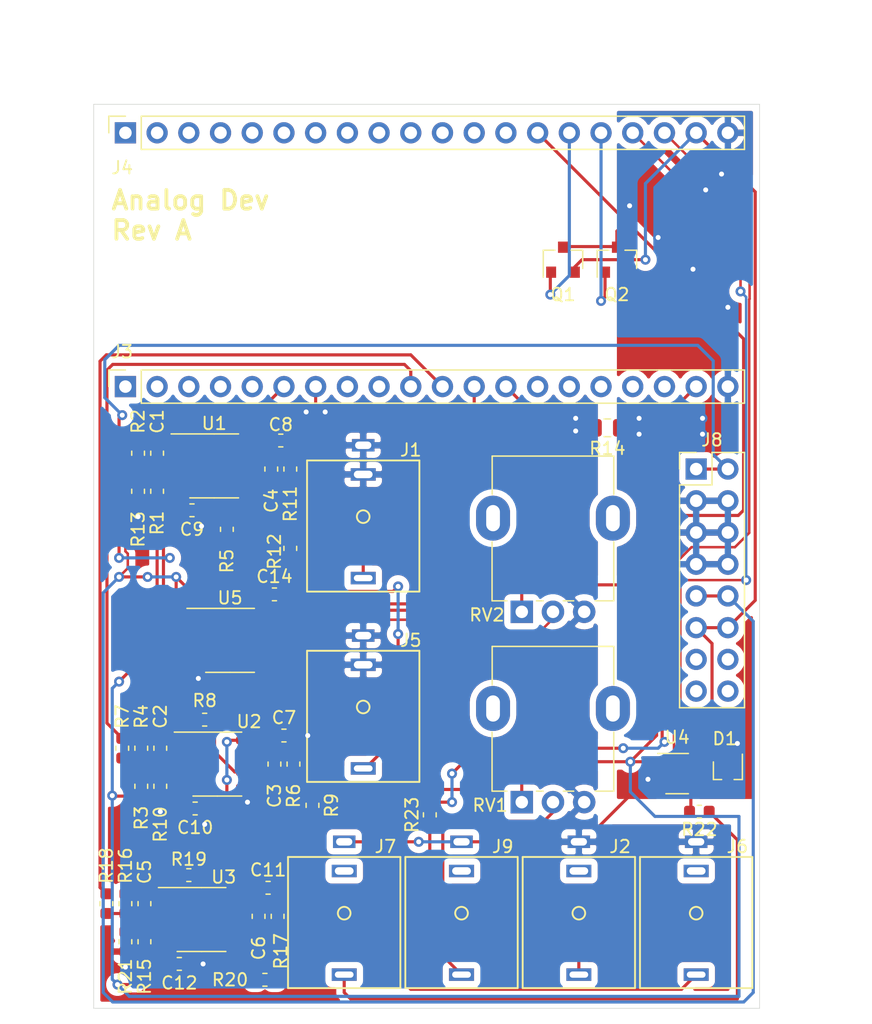
<source format=kicad_pcb>
(kicad_pcb (version 20171130) (host pcbnew 5.1.6+dfsg1-1)
  (layers (0 F.Cu signal) (31 B.Cu signal) (34 B.Paste user) (35 F.Paste user) (36 B.SilkS user) (37 F.SilkS user) (38 B.Mask user) (39 F.Mask user) (44 Edge.Cuts user))
  (net 0 "")
  (net 1 PA1)
  (net 2 "Net-(C1-Pad1)")
  (net 3 "Net-(C2-Pad2)")
  (net 4 "Net-(C2-Pad1)")
  (net 5 "Net-(C3-Pad2)")
  (net 6 "Net-(C3-Pad1)")
  (net 7 "Net-(C4-Pad1)")
  (net 8 "Net-(C5-Pad2)")
  (net 9 "Net-(C5-Pad1)")
  (net 10 "Net-(C6-Pad2)")
  (net 11 "Net-(C6-Pad1)")
  (net 12 +12V)
  (net 13 "Net-(D1-Pad3)")
  (net 14 +5V)
  (net 15 GNDD)
  (net 16 "Net-(J1-PadT)")
  (net 17 GNDA)
  (net 18 "Net-(J2-PadT)")
  (net 19 +3V3)
  (net 20 PA7)
  (net 21 PA6)
  (net 22 PA5)
  (net 23 PA4)
  (net 24 "Net-(J5-PadT)")
  (net 25 "Net-(J6-PadT)")
  (net 26 "Net-(J7-PadT)")
  (net 27 "Net-(R1-Pad1)")
  (net 28 "Net-(R10-Pad1)")
  (net 29 "Net-(R15-Pad2)")
  (net 30 "Net-(RV1-Pad2)")
  (net 31 "Net-(RV2-Pad2)")
  (net 32 -12V)
  (net 33 PA0)
  (net 34 PB12)
  (net 35 PB14)
  (net 36 PB10)
  (net 37 PB11)
  (net 38 PB13)
  (net 39 "Net-(J9-PadT)")
  (module Package_TO_SOT_SMD:SOT-23 (layer F.Cu) (at 144.78 39.116 90)
    (fp_text reference Q2 (at -2.794 0 180) (layer F.SilkS))
    (fp_text value 2N7002)
    (pad 3 smd rect (at 1 0 90) (size 0.9 0.8) (layers F.Cu F.Paste F.Mask) (net 35 PB14))
    (pad 2 smd rect (at -1 0.95 90) (size 0.9 0.8) (layers F.Cu F.Paste F.Mask) (net 15 GNDD))
    (pad 1 smd rect (at -1 -0.95 90) (size 0.9 0.8) (layers F.Cu F.Paste F.Mask) (net 34 PB12))
  )
  (module Resistor_SMD:R_0603_1608Metric (layer F.Cu) (at 129.794 83.566 90)
    (fp_text reference R23 (at 0 -1.43 90) (layer F.SilkS))
    (fp_text value 1k)
    (pad 2 smd roundrect (at 0.7875 0 90) (size 0.875 0.95) (layers F.Cu F.Paste F.Mask) (net 35 PB14))
    (pad 1 smd roundrect (at -0.7875 0 90) (size 0.875 0.95) (layers F.Cu F.Paste F.Mask) (net 39 "Net-(J9-PadT)"))
  )
  (module Package_TO_SOT_SMD:SOT-23 (layer F.Cu) (at 140.462 39.116 90)
    (fp_text reference Q1 (at -2.794 0 180) (layer F.SilkS))
    (fp_text value LBSS84LT1G)
    (pad 3 smd rect (at 1 0 90) (size 0.9 0.8) (layers F.Cu F.Paste F.Mask) (net 35 PB14))
    (pad 2 smd rect (at -1 0.95 90) (size 0.9 0.8) (layers F.Cu F.Paste F.Mask) (net 14 +5V))
    (pad 1 smd rect (at -1 -0.95 90) (size 0.9 0.8) (layers F.Cu F.Paste F.Mask) (net 38 PB13))
  )
  (module aaa:PJ301M-12 (layer F.Cu) (at 132.334 91.44 180)
    (fp_text reference J9 (at -3.302 5.334) (layer F.SilkS))
    (fp_text value ~)
    (pad T thru_hole rect (at 0 -4.92 180) (size 2 1) (drill oval 1.5 0.5) (layers *.Cu *.Mask) (net 39 "Net-(J9-PadT)"))
    (pad TN thru_hole rect (at 0 3.38 180) (size 2 1) (drill oval 1.5 0.6) (layers *.Cu *.Mask))
    (pad S thru_hole rect (at 0 5.715 180) (size 1.8 1) (drill oval 1.3 0.6) (layers *.Cu *.Mask) (net 15 GNDD))
  )
  (module Capacitor_SMD:C_0603_1608Metric (layer F.Cu) (at 109.728 95.504)
    (fp_text reference C12 (at 0 1.524) (layer F.SilkS))
    (fp_text value 0.1uF)
    (pad 2 smd roundrect (at 0.7875 0) (size 0.875 0.95) (layers F.Cu F.Paste F.Mask) (net 17 GNDA))
    (pad 1 smd roundrect (at -0.7875 0) (size 0.875 0.95) (layers F.Cu F.Paste F.Mask) (net 32 -12V))
  )
  (module Capacitor_SMD:C_0603_1608Metric (layer F.Cu) (at 116.84 89.408)
    (fp_text reference C11 (at 0 -1.43) (layer F.SilkS))
    (fp_text value 0.1uF)
    (pad 2 smd roundrect (at 0.7875 0) (size 0.875 0.95) (layers F.Cu F.Paste F.Mask) (net 17 GNDA))
    (pad 1 smd roundrect (at -0.7875 0) (size 0.875 0.95) (layers F.Cu F.Paste F.Mask) (net 12 +12V))
  )
  (module Connector_PinHeader_2.54mm:PinHeader_2x08_P2.54mm_Vertical (layer F.Cu) (at 151.13 55.88)
    (fp_text reference J8 (at 1.27 -2.33) (layer F.SilkS))
    (fp_text value Conn_02x08_Odd_Even)
    (pad 16 thru_hole oval (at 2.54 17.78) (size 1.7 1.7) (drill 1) (layers *.Cu *.Mask))
    (pad 15 thru_hole oval (at 0 17.78) (size 1.7 1.7) (drill 1) (layers *.Cu *.Mask))
    (pad 14 thru_hole oval (at 2.54 15.24) (size 1.7 1.7) (drill 1) (layers *.Cu *.Mask))
    (pad 13 thru_hole oval (at 0 15.24) (size 1.7 1.7) (drill 1) (layers *.Cu *.Mask))
    (pad 12 thru_hole oval (at 2.54 12.7) (size 1.7 1.7) (drill 1) (layers *.Cu *.Mask) (net 14 +5V))
    (pad 11 thru_hole oval (at 0 12.7) (size 1.7 1.7) (drill 1) (layers *.Cu *.Mask) (net 14 +5V))
    (pad 10 thru_hole oval (at 2.54 10.16) (size 1.7 1.7) (drill 1) (layers *.Cu *.Mask) (net 12 +12V))
    (pad 9 thru_hole oval (at 0 10.16) (size 1.7 1.7) (drill 1) (layers *.Cu *.Mask) (net 12 +12V))
    (pad 8 thru_hole oval (at 2.54 7.62) (size 1.7 1.7) (drill 1) (layers *.Cu *.Mask) (net 15 GNDD))
    (pad 7 thru_hole oval (at 0 7.62) (size 1.7 1.7) (drill 1) (layers *.Cu *.Mask) (net 15 GNDD))
    (pad 6 thru_hole oval (at 2.54 5.08) (size 1.7 1.7) (drill 1) (layers *.Cu *.Mask) (net 15 GNDD))
    (pad 5 thru_hole oval (at 0 5.08) (size 1.7 1.7) (drill 1) (layers *.Cu *.Mask) (net 15 GNDD))
    (pad 4 thru_hole oval (at 2.54 2.54) (size 1.7 1.7) (drill 1) (layers *.Cu *.Mask) (net 15 GNDD))
    (pad 3 thru_hole oval (at 0 2.54) (size 1.7 1.7) (drill 1) (layers *.Cu *.Mask) (net 15 GNDD))
    (pad 2 thru_hole oval (at 2.54 0) (size 1.7 1.7) (drill 1) (layers *.Cu *.Mask) (net 32 -12V))
    (pad 1 thru_hole rect (at 0 0) (size 1.7 1.7) (drill 1) (layers *.Cu *.Mask) (net 32 -12V))
  )
  (module Package_SO:SOIC-8_3.9x4.9mm_P1.27mm (layer F.Cu) (at 112.776 79.502)
    (fp_text reference U2 (at 2.54 -3.4) (layer F.SilkS))
    (fp_text value TL072)
    (pad 8 smd roundrect (at 2.475 -1.905) (size 1.95 0.6) (layers F.Cu F.Paste F.Mask) (net 12 +12V))
    (pad 7 smd roundrect (at 2.475 -0.635) (size 1.95 0.6) (layers F.Cu F.Paste F.Mask) (net 5 "Net-(C3-Pad2)"))
    (pad 6 smd roundrect (at 2.475 0.635) (size 1.95 0.6) (layers F.Cu F.Paste F.Mask) (net 6 "Net-(C3-Pad1)"))
    (pad 5 smd roundrect (at 2.475 1.905) (size 1.95 0.6) (layers F.Cu F.Paste F.Mask) (net 17 GNDA))
    (pad 4 smd roundrect (at -2.475 1.905) (size 1.95 0.6) (layers F.Cu F.Paste F.Mask) (net 32 -12V))
    (pad 3 smd roundrect (at -2.475 0.635) (size 1.95 0.6) (layers F.Cu F.Paste F.Mask) (net 28 "Net-(R10-Pad1)"))
    (pad 2 smd roundrect (at -2.475 -0.635) (size 1.95 0.6) (layers F.Cu F.Paste F.Mask) (net 4 "Net-(C2-Pad1)"))
    (pad 1 smd roundrect (at -2.475 -1.905) (size 1.95 0.6) (layers F.Cu F.Paste F.Mask) (net 3 "Net-(C2-Pad2)"))
  )
  (module Connector_PinSocket_2.54mm:PinSocket_1x20_P2.54mm_Vertical (layer F.Cu) (at 105.41 28.956 90)
    (fp_text reference J4 (at -2.794 -0.254 180) (layer F.SilkS))
    (fp_text value Conn_01x20_Male)
    (pad 20 thru_hole oval (at 0 48.26 90) (size 1.7 1.7) (drill 1) (layers *.Cu *.Mask) (net 15 GNDD))
    (pad 19 thru_hole oval (at 0 45.72 90) (size 1.7 1.7) (drill 1) (layers *.Cu *.Mask) (net 14 +5V))
    (pad 18 thru_hole oval (at 0 43.18 90) (size 1.7 1.7) (drill 1) (layers *.Cu *.Mask) (net 36 PB10))
    (pad 17 thru_hole oval (at 0 40.64 90) (size 1.7 1.7) (drill 1) (layers *.Cu *.Mask) (net 37 PB11))
    (pad 16 thru_hole oval (at 0 38.1 90) (size 1.7 1.7) (drill 1) (layers *.Cu *.Mask) (net 34 PB12))
    (pad 15 thru_hole oval (at 0 35.56 90) (size 1.7 1.7) (drill 1) (layers *.Cu *.Mask) (net 38 PB13))
    (pad 14 thru_hole oval (at 0 33.02 90) (size 1.7 1.7) (drill 1) (layers *.Cu *.Mask) (net 35 PB14))
    (pad 13 thru_hole oval (at 0 30.48 90) (size 1.7 1.7) (drill 1) (layers *.Cu *.Mask))
    (pad 12 thru_hole oval (at 0 27.94 90) (size 1.7 1.7) (drill 1) (layers *.Cu *.Mask))
    (pad 11 thru_hole oval (at 0 25.4 90) (size 1.7 1.7) (drill 1) (layers *.Cu *.Mask))
    (pad 10 thru_hole oval (at 0 22.86 90) (size 1.7 1.7) (drill 1) (layers *.Cu *.Mask))
    (pad 9 thru_hole oval (at 0 20.32 90) (size 1.7 1.7) (drill 1) (layers *.Cu *.Mask))
    (pad 8 thru_hole oval (at 0 17.78 90) (size 1.7 1.7) (drill 1) (layers *.Cu *.Mask))
    (pad 7 thru_hole oval (at 0 15.24 90) (size 1.7 1.7) (drill 1) (layers *.Cu *.Mask))
    (pad 6 thru_hole oval (at 0 12.7 90) (size 1.7 1.7) (drill 1) (layers *.Cu *.Mask))
    (pad 5 thru_hole oval (at 0 10.16 90) (size 1.7 1.7) (drill 1) (layers *.Cu *.Mask))
    (pad 4 thru_hole oval (at 0 7.62 90) (size 1.7 1.7) (drill 1) (layers *.Cu *.Mask))
    (pad 3 thru_hole oval (at 0 5.08 90) (size 1.7 1.7) (drill 1) (layers *.Cu *.Mask))
    (pad 2 thru_hole oval (at 0 2.54 90) (size 1.7 1.7) (drill 1) (layers *.Cu *.Mask))
    (pad 1 thru_hole rect (at 0 0 90) (size 1.7 1.7) (drill 1) (layers *.Cu *.Mask))
  )
  (module Connector_PinSocket_2.54mm:PinSocket_1x20_P2.54mm_Vertical (layer F.Cu) (at 105.41 49.276 90)
    (fp_text reference J3 (at 2.794 -0.254 180) (layer F.SilkS))
    (fp_text value Conn_01x20_Male)
    (pad 20 thru_hole oval (at 0 48.26 90) (size 1.7 1.7) (drill 1) (layers *.Cu *.Mask) (net 15 GNDD))
    (pad 19 thru_hole oval (at 0 45.72 90) (size 1.7 1.7) (drill 1) (layers *.Cu *.Mask) (net 19 +3V3))
    (pad 18 thru_hole oval (at 0 43.18 90) (size 1.7 1.7) (drill 1) (layers *.Cu *.Mask))
    (pad 17 thru_hole oval (at 0 40.64 90) (size 1.7 1.7) (drill 1) (layers *.Cu *.Mask))
    (pad 16 thru_hole oval (at 0 38.1 90) (size 1.7 1.7) (drill 1) (layers *.Cu *.Mask))
    (pad 15 thru_hole oval (at 0 35.56 90) (size 1.7 1.7) (drill 1) (layers *.Cu *.Mask))
    (pad 14 thru_hole oval (at 0 33.02 90) (size 1.7 1.7) (drill 1) (layers *.Cu *.Mask))
    (pad 13 thru_hole oval (at 0 30.48 90) (size 1.7 1.7) (drill 1) (layers *.Cu *.Mask) (net 20 PA7))
    (pad 12 thru_hole oval (at 0 27.94 90) (size 1.7 1.7) (drill 1) (layers *.Cu *.Mask) (net 21 PA6))
    (pad 11 thru_hole oval (at 0 25.4 90) (size 1.7 1.7) (drill 1) (layers *.Cu *.Mask) (net 22 PA5))
    (pad 10 thru_hole oval (at 0 22.86 90) (size 1.7 1.7) (drill 1) (layers *.Cu *.Mask) (net 23 PA4))
    (pad 9 thru_hole oval (at 0 20.32 90) (size 1.7 1.7) (drill 1) (layers *.Cu *.Mask))
    (pad 8 thru_hole oval (at 0 17.78 90) (size 1.7 1.7) (drill 1) (layers *.Cu *.Mask))
    (pad 7 thru_hole oval (at 0 15.24 90) (size 1.7 1.7) (drill 1) (layers *.Cu *.Mask) (net 1 PA1))
    (pad 6 thru_hole oval (at 0 12.7 90) (size 1.7 1.7) (drill 1) (layers *.Cu *.Mask) (net 33 PA0))
    (pad 5 thru_hole oval (at 0 10.16 90) (size 1.7 1.7) (drill 1) (layers *.Cu *.Mask))
    (pad 4 thru_hole oval (at 0 7.62 90) (size 1.7 1.7) (drill 1) (layers *.Cu *.Mask))
    (pad 3 thru_hole oval (at 0 5.08 90) (size 1.7 1.7) (drill 1) (layers *.Cu *.Mask))
    (pad 2 thru_hole oval (at 0 2.54 90) (size 1.7 1.7) (drill 1) (layers *.Cu *.Mask))
    (pad 1 thru_hole rect (at 0 0 90) (size 1.7 1.7) (drill 1) (layers *.Cu *.Mask))
  )
  (module Capacitor_SMD:C_0603_1608Metric (layer F.Cu) (at 117.348 65.913)
    (fp_text reference C14 (at 0 -1.43) (layer F.SilkS))
    (fp_text value 0.1uF)
    (pad 2 smd roundrect (at 0.7875 0) (size 0.875 0.95) (layers F.Cu F.Paste F.Mask) (net 17 GNDA))
    (pad 1 smd roundrect (at -0.7875 0) (size 0.875 0.95) (layers F.Cu F.Paste F.Mask) (net 12 +12V))
  )
  (module Capacitor_SMD:C_0603_1608Metric (layer F.Cu) (at 110.998 83.058)
    (fp_text reference C10 (at 0 1.524) (layer F.SilkS))
    (fp_text value 0.1uF)
    (pad 2 smd roundrect (at 0.7875 0) (size 0.875 0.95) (layers F.Cu F.Paste F.Mask) (net 17 GNDA))
    (pad 1 smd roundrect (at -0.7875 0) (size 0.875 0.95) (layers F.Cu F.Paste F.Mask) (net 32 -12V))
  )
  (module Capacitor_SMD:C_0603_1608Metric (layer F.Cu) (at 110.744 59.182)
    (fp_text reference C9 (at 0 1.524) (layer F.SilkS))
    (fp_text value 0.1uF)
    (pad 2 smd roundrect (at 0.7875 0) (size 0.875 0.95) (layers F.Cu F.Paste F.Mask) (net 17 GNDA))
    (pad 1 smd roundrect (at -0.7875 0) (size 0.875 0.95) (layers F.Cu F.Paste F.Mask) (net 32 -12V))
  )
  (module Capacitor_SMD:C_0603_1608Metric (layer F.Cu) (at 117.856 53.594)
    (fp_text reference C8 (at 0 -1.27) (layer F.SilkS))
    (fp_text value 0.1uF)
    (pad 2 smd roundrect (at 0.7875 0) (size 0.875 0.95) (layers F.Cu F.Paste F.Mask) (net 17 GNDA))
    (pad 1 smd roundrect (at -0.7875 0) (size 0.875 0.95) (layers F.Cu F.Paste F.Mask) (net 12 +12V))
  )
  (module Capacitor_SMD:C_0603_1608Metric (layer F.Cu) (at 118.11 77.216)
    (fp_text reference C7 (at 0 -1.43) (layer F.SilkS))
    (fp_text value 0.1uF)
    (pad 2 smd roundrect (at 0.7875 0) (size 0.875 0.95) (layers F.Cu F.Paste F.Mask) (net 17 GNDA))
    (pad 1 smd roundrect (at -0.7875 0) (size 0.875 0.95) (layers F.Cu F.Paste F.Mask) (net 12 +12V))
  )
  (module Package_SO:SOIC-8_3.9x4.9mm_P1.27mm (layer F.Cu) (at 113.792 69.596)
    (fp_text reference U5 (at 0 -3.4) (layer F.SilkS))
    (fp_text value TL072)
    (pad 8 smd roundrect (at 2.475 -1.905) (size 1.95 0.6) (layers F.Cu F.Paste F.Mask) (net 12 +12V))
    (pad 7 smd roundrect (at 2.475 -0.635) (size 1.95 0.6) (layers F.Cu F.Paste F.Mask) (net 20 PA7))
    (pad 6 smd roundrect (at 2.475 0.635) (size 1.95 0.6) (layers F.Cu F.Paste F.Mask) (net 20 PA7))
    (pad 5 smd roundrect (at 2.475 1.905) (size 1.95 0.6) (layers F.Cu F.Paste F.Mask) (net 30 "Net-(RV1-Pad2)"))
    (pad 4 smd roundrect (at -2.475 1.905) (size 1.95 0.6) (layers F.Cu F.Paste F.Mask) (net 17 GNDA))
    (pad 3 smd roundrect (at -2.475 0.635) (size 1.95 0.6) (layers F.Cu F.Paste F.Mask) (net 31 "Net-(RV2-Pad2)"))
    (pad 2 smd roundrect (at -2.475 -0.635) (size 1.95 0.6) (layers F.Cu F.Paste F.Mask) (net 21 PA6))
    (pad 1 smd roundrect (at -2.475 -1.905) (size 1.95 0.6) (layers F.Cu F.Paste F.Mask) (net 21 PA6))
  )
  (module Package_TO_SOT_SMD:SOT-23-6 (layer F.Cu) (at 149.606 80.264)
    (fp_text reference U4 (at 0 -2.9) (layer F.SilkS))
    (fp_text value 74LVC1T45W6)
    (pad 5 smd rect (at 1.1 0) (size 1.06 0.65) (layers F.Cu F.Paste F.Mask) (net 37 PB11))
    (pad 6 smd rect (at 1.1 -0.95) (size 1.06 0.65) (layers F.Cu F.Paste F.Mask) (net 14 +5V))
    (pad 4 smd rect (at 1.1 0.95) (size 1.06 0.65) (layers F.Cu F.Paste F.Mask) (net 13 "Net-(D1-Pad3)"))
    (pad 3 smd rect (at -1.1 0.95) (size 1.06 0.65) (layers F.Cu F.Paste F.Mask) (net 36 PB10))
    (pad 2 smd rect (at -1.1 0) (size 1.06 0.65) (layers F.Cu F.Paste F.Mask) (net 15 GNDD))
    (pad 1 smd rect (at -1.1 -0.95) (size 1.06 0.65) (layers F.Cu F.Paste F.Mask) (net 19 +3V3))
  )
  (module Package_SO:SOIC-8_3.9x4.9mm_P1.27mm (layer F.Cu) (at 111.506 91.948)
    (fp_text reference U3 (at 1.778 -3.4) (layer F.SilkS))
    (fp_text value TL072)
    (pad 8 smd roundrect (at 2.475 -1.905) (size 1.95 0.6) (layers F.Cu F.Paste F.Mask) (net 12 +12V))
    (pad 7 smd roundrect (at 2.475 -0.635) (size 1.95 0.6) (layers F.Cu F.Paste F.Mask) (net 10 "Net-(C6-Pad2)"))
    (pad 6 smd roundrect (at 2.475 0.635) (size 1.95 0.6) (layers F.Cu F.Paste F.Mask) (net 11 "Net-(C6-Pad1)"))
    (pad 5 smd roundrect (at 2.475 1.905) (size 1.95 0.6) (layers F.Cu F.Paste F.Mask) (net 17 GNDA))
    (pad 4 smd roundrect (at -2.475 1.905) (size 1.95 0.6) (layers F.Cu F.Paste F.Mask) (net 32 -12V))
    (pad 3 smd roundrect (at -2.475 0.635) (size 1.95 0.6) (layers F.Cu F.Paste F.Mask) (net 29 "Net-(R15-Pad2)"))
    (pad 2 smd roundrect (at -2.475 -0.635) (size 1.95 0.6) (layers F.Cu F.Paste F.Mask) (net 9 "Net-(C5-Pad1)"))
    (pad 1 smd roundrect (at -2.475 -1.905) (size 1.95 0.6) (layers F.Cu F.Paste F.Mask) (net 8 "Net-(C5-Pad2)"))
  )
  (module Package_SO:SOIC-8_3.9x4.9mm_P1.27mm (layer F.Cu) (at 112.522 55.626)
    (fp_text reference U1 (at 0 -3.4) (layer F.SilkS))
    (fp_text value TL072)
    (pad 8 smd roundrect (at 2.475 -1.905) (size 1.95 0.6) (layers F.Cu F.Paste F.Mask) (net 12 +12V))
    (pad 7 smd roundrect (at 2.475 -0.635) (size 1.95 0.6) (layers F.Cu F.Paste F.Mask) (net 1 PA1))
    (pad 6 smd roundrect (at 2.475 0.635) (size 1.95 0.6) (layers F.Cu F.Paste F.Mask) (net 7 "Net-(C4-Pad1)"))
    (pad 5 smd roundrect (at 2.475 1.905) (size 1.95 0.6) (layers F.Cu F.Paste F.Mask) (net 27 "Net-(R1-Pad1)"))
    (pad 4 smd roundrect (at -2.475 1.905) (size 1.95 0.6) (layers F.Cu F.Paste F.Mask) (net 32 -12V))
    (pad 3 smd roundrect (at -2.475 0.635) (size 1.95 0.6) (layers F.Cu F.Paste F.Mask) (net 27 "Net-(R1-Pad1)"))
    (pad 2 smd roundrect (at -2.475 -0.635) (size 1.95 0.6) (layers F.Cu F.Paste F.Mask) (net 2 "Net-(C1-Pad1)"))
    (pad 1 smd roundrect (at -2.475 -1.905) (size 1.95 0.6) (layers F.Cu F.Paste F.Mask) (net 33 PA0))
  )
  (module aaa:Potentiometer_Alpha_RD901F-40-00D_Single_Vertical (layer F.Cu) (at 137.16 67.31 90)
    (fp_text reference RV2 (at -0.254 -2.794) (layer F.SilkS))
    (fp_text value ~)
    (pad 1 thru_hole rect (at 0 0 180) (size 1.8 1.8) (drill 1) (layers *.Cu *.Mask) (net 19 +3V3))
    (pad 2 thru_hole circle (at 0 2.5 180) (size 1.8 1.8) (drill 1) (layers *.Cu *.Mask) (net 31 "Net-(RV2-Pad2)"))
    (pad 3 thru_hole circle (at 0 5 180) (size 1.8 1.8) (drill 1) (layers *.Cu *.Mask) (net 17 GNDA))
    (pad "" thru_hole oval (at 7.5 7.3 180) (size 2.72 3.6) (drill oval 1.1 2.1) (layers *.Cu *.Mask))
    (pad "" thru_hole oval (at 7.5 -2.3 180) (size 2.72 3.6) (drill oval 1.1 2.1) (layers *.Cu *.Mask))
  )
  (module aaa:Potentiometer_Alpha_RD901F-40-00D_Single_Vertical (layer F.Cu) (at 137.16 82.55 90)
    (fp_text reference RV1 (at -0.254 -2.54) (layer F.SilkS))
    (fp_text value ~)
    (pad 1 thru_hole rect (at 0 0 180) (size 1.8 1.8) (drill 1) (layers *.Cu *.Mask) (net 19 +3V3))
    (pad 2 thru_hole circle (at 0 2.5 180) (size 1.8 1.8) (drill 1) (layers *.Cu *.Mask) (net 30 "Net-(RV1-Pad2)"))
    (pad 3 thru_hole circle (at 0 5 180) (size 1.8 1.8) (drill 1) (layers *.Cu *.Mask) (net 17 GNDA))
    (pad "" thru_hole oval (at 7.5 7.3 180) (size 2.72 3.6) (drill oval 1.1 2.1) (layers *.Cu *.Mask))
    (pad "" thru_hole oval (at 7.5 -2.3 180) (size 2.72 3.6) (drill oval 1.1 2.1) (layers *.Cu *.Mask))
  )
  (module Resistor_SMD:R_0603_1608Metric (layer F.Cu) (at 151.384 83.312 180)
    (fp_text reference R22 (at 0 -1.43) (layer F.SilkS))
    (fp_text value 1k)
    (pad 2 smd roundrect (at 0.7875 0 180) (size 0.875 0.95) (layers F.Cu F.Paste F.Mask) (net 13 "Net-(D1-Pad3)"))
    (pad 1 smd roundrect (at -0.7875 0 180) (size 0.875 0.95) (layers F.Cu F.Paste F.Mask) (net 26 "Net-(J7-PadT)"))
  )
  (module Resistor_SMD:R_0603_1608Metric (layer F.Cu) (at 105.41 93.726 270)
    (fp_text reference R21 (at 2.794 0 90) (layer F.SilkS))
    (fp_text value 22k)
    (pad 2 smd roundrect (at 0.7875 0 270) (size 0.875 0.95) (layers F.Cu F.Paste F.Mask) (net 17 GNDA))
    (pad 1 smd roundrect (at -0.7875 0 270) (size 0.875 0.95) (layers F.Cu F.Paste F.Mask) (net 29 "Net-(R15-Pad2)"))
  )
  (module Resistor_SMD:R_0603_1608Metric (layer F.Cu) (at 116.586 96.774 180)
    (fp_text reference R20 (at 2.794 0) (layer F.SilkS))
    (fp_text value 100)
    (pad 2 smd roundrect (at 0.7875 0 180) (size 0.875 0.95) (layers F.Cu F.Paste F.Mask) (net 10 "Net-(C6-Pad2)"))
    (pad 1 smd roundrect (at -0.7875 0 180) (size 0.875 0.95) (layers F.Cu F.Paste F.Mask) (net 25 "Net-(J6-PadT)"))
  )
  (module Resistor_SMD:R_0603_1608Metric (layer F.Cu) (at 110.49 88.392 180)
    (fp_text reference R19 (at 0 1.27) (layer F.SilkS))
    (fp_text value 10k)
    (pad 2 smd roundrect (at 0.7875 0 180) (size 0.875 0.95) (layers F.Cu F.Paste F.Mask) (net 8 "Net-(C5-Pad2)"))
    (pad 1 smd roundrect (at -0.7875 0 180) (size 0.875 0.95) (layers F.Cu F.Paste F.Mask) (net 11 "Net-(C6-Pad1)"))
  )
  (module Resistor_SMD:R_0603_1608Metric (layer F.Cu) (at 103.886 90.678 90)
    (fp_text reference R18 (at 3.048 0 90) (layer F.SilkS))
    (fp_text value 10k)
    (pad 2 smd roundrect (at 0.7875 0 90) (size 0.875 0.95) (layers F.Cu F.Paste F.Mask) (net 22 PA5))
    (pad 1 smd roundrect (at -0.7875 0 90) (size 0.875 0.95) (layers F.Cu F.Paste F.Mask) (net 9 "Net-(C5-Pad1)"))
  )
  (module Resistor_SMD:R_0603_1608Metric (layer F.Cu) (at 117.602 91.694 270)
    (fp_text reference R17 (at 2.794 -0.254 90) (layer F.SilkS))
    (fp_text value 20k)
    (pad 2 smd roundrect (at 0.7875 0 270) (size 0.875 0.95) (layers F.Cu F.Paste F.Mask) (net 11 "Net-(C6-Pad1)"))
    (pad 1 smd roundrect (at -0.7875 0 270) (size 0.875 0.95) (layers F.Cu F.Paste F.Mask) (net 10 "Net-(C6-Pad2)"))
  )
  (module Resistor_SMD:R_0603_1608Metric (layer F.Cu) (at 105.41 90.678 270)
    (fp_text reference R16 (at -3.048 0 90) (layer F.SilkS))
    (fp_text value 33k)
    (pad 2 smd roundrect (at 0.7875 0 270) (size 0.875 0.95) (layers F.Cu F.Paste F.Mask) (net 9 "Net-(C5-Pad1)"))
    (pad 1 smd roundrect (at -0.7875 0 270) (size 0.875 0.95) (layers F.Cu F.Paste F.Mask) (net 8 "Net-(C5-Pad2)"))
  )
  (module Resistor_SMD:R_0603_1608Metric (layer F.Cu) (at 106.934 93.726 90)
    (fp_text reference R15 (at -2.794 0 90) (layer F.SilkS))
    (fp_text value 36k)
    (pad 2 smd roundrect (at 0.7875 0 90) (size 0.875 0.95) (layers F.Cu F.Paste F.Mask) (net 29 "Net-(R15-Pad2)"))
    (pad 1 smd roundrect (at -0.7875 0 90) (size 0.875 0.95) (layers F.Cu F.Paste F.Mask) (net 19 +3V3))
  )
  (module Resistor_SMD:R_0805_2012Metric (layer F.Cu) (at 144.018 52.578 180)
    (fp_text reference R14 (at 0 -1.65) (layer F.SilkS))
    (fp_text value 0R)
    (pad 2 smd roundrect (at 0.9375 0 180) (size 0.975 1.4) (layers F.Cu F.Paste F.Mask) (net 17 GNDA))
    (pad 1 smd roundrect (at -0.9375 0 180) (size 0.975 1.4) (layers F.Cu F.Paste F.Mask) (net 15 GNDD))
  )
  (module Resistor_SMD:R_0603_1608Metric (layer F.Cu) (at 106.426 57.658 90)
    (fp_text reference R13 (at -3.048 0 90) (layer F.SilkS))
    (fp_text value 13k)
    (pad 2 smd roundrect (at 0.7875 0 90) (size 0.875 0.95) (layers F.Cu F.Paste F.Mask) (net 27 "Net-(R1-Pad1)"))
    (pad 1 smd roundrect (at -0.7875 0 90) (size 0.875 0.95) (layers F.Cu F.Paste F.Mask) (net 17 GNDA))
  )
  (module Resistor_SMD:R_0603_1608Metric (layer F.Cu) (at 118.618 62.23 270)
    (fp_text reference R12 (at 0.254 1.27 90) (layer F.SilkS))
    (fp_text value 20k)
    (pad 2 smd roundrect (at 0.7875 0 270) (size 0.875 0.95) (layers F.Cu F.Paste F.Mask) (net 24 "Net-(J5-PadT)"))
    (pad 1 smd roundrect (at -0.7875 0 270) (size 0.875 0.95) (layers F.Cu F.Paste F.Mask) (net 7 "Net-(C4-Pad1)"))
  )
  (module Resistor_SMD:R_0603_1608Metric (layer F.Cu) (at 118.618 55.88 270)
    (fp_text reference R11 (at 2.794 0 90) (layer F.SilkS))
    (fp_text value 3k3)
    (pad 2 smd roundrect (at 0.7875 0 270) (size 0.875 0.95) (layers F.Cu F.Paste F.Mask) (net 7 "Net-(C4-Pad1)"))
    (pad 1 smd roundrect (at -0.7875 0 270) (size 0.875 0.95) (layers F.Cu F.Paste F.Mask) (net 1 PA1))
  )
  (module Resistor_SMD:R_0603_1608Metric (layer F.Cu) (at 108.204 81.28 270)
    (fp_text reference R10 (at 3.048 0 90) (layer F.SilkS))
    (fp_text value 22k)
    (pad 2 smd roundrect (at 0.7875 0 270) (size 0.875 0.95) (layers F.Cu F.Paste F.Mask) (net 17 GNDA))
    (pad 1 smd roundrect (at -0.7875 0 270) (size 0.875 0.95) (layers F.Cu F.Paste F.Mask) (net 28 "Net-(R10-Pad1)"))
  )
  (module Resistor_SMD:R_0603_1608Metric (layer F.Cu) (at 120.396 82.804 90)
    (fp_text reference R9 (at 0 1.524 90) (layer F.SilkS))
    (fp_text value 100)
    (pad 2 smd roundrect (at 0.7875 0 90) (size 0.875 0.95) (layers F.Cu F.Paste F.Mask) (net 5 "Net-(C3-Pad2)"))
    (pad 1 smd roundrect (at -0.7875 0 90) (size 0.875 0.95) (layers F.Cu F.Paste F.Mask) (net 18 "Net-(J2-PadT)"))
  )
  (module Resistor_SMD:R_0603_1608Metric (layer F.Cu) (at 111.76 75.946 180)
    (fp_text reference R8 (at 0 1.524) (layer F.SilkS))
    (fp_text value 10k)
    (pad 2 smd roundrect (at 0.7875 0 180) (size 0.875 0.95) (layers F.Cu F.Paste F.Mask) (net 3 "Net-(C2-Pad2)"))
    (pad 1 smd roundrect (at -0.7875 0 180) (size 0.875 0.95) (layers F.Cu F.Paste F.Mask) (net 6 "Net-(C3-Pad1)"))
  )
  (module Resistor_SMD:R_0603_1608Metric (layer F.Cu) (at 105.156 78.232 90)
    (fp_text reference R7 (at 2.54 0 90) (layer F.SilkS))
    (fp_text value 100k)
    (pad 2 smd roundrect (at 0.7875 0 90) (size 0.875 0.95) (layers F.Cu F.Paste F.Mask) (net 23 PA4))
    (pad 1 smd roundrect (at -0.7875 0 90) (size 0.875 0.95) (layers F.Cu F.Paste F.Mask) (net 4 "Net-(C2-Pad1)"))
  )
  (module Resistor_SMD:R_0603_1608Metric (layer F.Cu) (at 118.872 79.502 270)
    (fp_text reference R6 (at 2.54 0 90) (layer F.SilkS))
    (fp_text value 20k)
    (pad 2 smd roundrect (at 0.7875 0 270) (size 0.875 0.95) (layers F.Cu F.Paste F.Mask) (net 6 "Net-(C3-Pad1)"))
    (pad 1 smd roundrect (at -0.7875 0 270) (size 0.875 0.95) (layers F.Cu F.Paste F.Mask) (net 5 "Net-(C3-Pad2)"))
  )
  (module Resistor_SMD:R_0603_1608Metric (layer F.Cu) (at 113.538 60.706 270)
    (fp_text reference R5 (at 2.54 0 90) (layer F.SilkS))
    (fp_text value 20k)
    (pad 2 smd roundrect (at 0.7875 0 270) (size 0.875 0.95) (layers F.Cu F.Paste F.Mask) (net 16 "Net-(J1-PadT)"))
    (pad 1 smd roundrect (at -0.7875 0 270) (size 0.875 0.95) (layers F.Cu F.Paste F.Mask) (net 2 "Net-(C1-Pad1)"))
  )
  (module Resistor_SMD:R_0603_1608Metric (layer F.Cu) (at 106.68 78.232 270)
    (fp_text reference R4 (at -2.54 0 90) (layer F.SilkS))
    (fp_text value 330k)
    (pad 2 smd roundrect (at 0.7875 0 270) (size 0.875 0.95) (layers F.Cu F.Paste F.Mask) (net 4 "Net-(C2-Pad1)"))
    (pad 1 smd roundrect (at -0.7875 0 270) (size 0.875 0.95) (layers F.Cu F.Paste F.Mask) (net 3 "Net-(C2-Pad2)"))
  )
  (module Resistor_SMD:R_0603_1608Metric (layer F.Cu) (at 106.68 81.28 90)
    (fp_text reference R3 (at -2.54 0 90) (layer F.SilkS))
    (fp_text value 36k)
    (pad 2 smd roundrect (at 0.7875 0 90) (size 0.875 0.95) (layers F.Cu F.Paste F.Mask) (net 28 "Net-(R10-Pad1)"))
    (pad 1 smd roundrect (at -0.7875 0 90) (size 0.875 0.95) (layers F.Cu F.Paste F.Mask) (net 19 +3V3))
  )
  (module Resistor_SMD:R_0603_1608Metric (layer F.Cu) (at 106.426 54.61 270)
    (fp_text reference R2 (at -2.54 0 90) (layer F.SilkS))
    (fp_text value 3k3)
    (pad 2 smd roundrect (at 0.7875 0 270) (size 0.875 0.95) (layers F.Cu F.Paste F.Mask) (net 2 "Net-(C1-Pad1)"))
    (pad 1 smd roundrect (at -0.7875 0 270) (size 0.875 0.95) (layers F.Cu F.Paste F.Mask) (net 33 PA0))
  )
  (module Resistor_SMD:R_0603_1608Metric (layer F.Cu) (at 107.95 57.658 270)
    (fp_text reference R1 (at 2.54 0 90) (layer F.SilkS))
    (fp_text value 18k)
    (pad 2 smd roundrect (at 0.7875 0 270) (size 0.875 0.95) (layers F.Cu F.Paste F.Mask) (net 19 +3V3))
    (pad 1 smd roundrect (at -0.7875 0 270) (size 0.875 0.95) (layers F.Cu F.Paste F.Mask) (net 27 "Net-(R1-Pad1)"))
  )
  (module aaa:PJ301M-12 (layer F.Cu) (at 122.936 91.44 180)
    (fp_text reference J7 (at -3.302 5.334) (layer F.SilkS))
    (fp_text value ~)
    (pad T thru_hole rect (at 0 -4.92 180) (size 2 1) (drill oval 1.5 0.5) (layers *.Cu *.Mask) (net 26 "Net-(J7-PadT)"))
    (pad TN thru_hole rect (at 0 3.38 180) (size 2 1) (drill oval 1.5 0.6) (layers *.Cu *.Mask))
    (pad S thru_hole rect (at 0 5.715 180) (size 1.8 1) (drill oval 1.3 0.6) (layers *.Cu *.Mask) (net 15 GNDD))
  )
  (module aaa:PJ301M-12 (layer F.Cu) (at 151.13 91.44 180)
    (fp_text reference J6 (at -3.302 5.334) (layer F.SilkS))
    (fp_text value ~)
    (pad T thru_hole rect (at 0 -4.92 180) (size 2 1) (drill oval 1.5 0.5) (layers *.Cu *.Mask) (net 25 "Net-(J6-PadT)"))
    (pad TN thru_hole rect (at 0 3.38 180) (size 2 1) (drill oval 1.5 0.6) (layers *.Cu *.Mask))
    (pad S thru_hole rect (at 0 5.715 180) (size 1.8 1) (drill oval 1.3 0.6) (layers *.Cu *.Mask) (net 17 GNDA))
  )
  (module aaa:PJ301M-12 (layer F.Cu) (at 124.46 74.93 180)
    (fp_text reference J5 (at -3.81 5.334) (layer F.SilkS))
    (fp_text value ~)
    (pad T thru_hole rect (at 0 -4.92 180) (size 2 1) (drill oval 1.5 0.5) (layers *.Cu *.Mask) (net 24 "Net-(J5-PadT)"))
    (pad TN thru_hole rect (at 0 3.38 180) (size 2 1) (drill oval 1.5 0.6) (layers *.Cu *.Mask) (net 17 GNDA))
    (pad S thru_hole rect (at 0 5.715 180) (size 1.8 1) (drill oval 1.3 0.6) (layers *.Cu *.Mask) (net 17 GNDA))
  )
  (module aaa:PJ301M-12 (layer F.Cu) (at 141.732 91.44 180)
    (fp_text reference J2 (at -3.302 5.334) (layer F.SilkS))
    (fp_text value ~)
    (pad T thru_hole rect (at 0 -4.92 180) (size 2 1) (drill oval 1.5 0.5) (layers *.Cu *.Mask) (net 18 "Net-(J2-PadT)"))
    (pad TN thru_hole rect (at 0 3.38 180) (size 2 1) (drill oval 1.5 0.6) (layers *.Cu *.Mask))
    (pad S thru_hole rect (at 0 5.715 180) (size 1.8 1) (drill oval 1.3 0.6) (layers *.Cu *.Mask) (net 17 GNDA))
  )
  (module aaa:PJ301M-12 (layer F.Cu) (at 124.46 59.69 180)
    (fp_text reference J1 (at -3.81 5.334) (layer F.SilkS))
    (fp_text value ~)
    (pad T thru_hole rect (at 0 -4.92 180) (size 2 1) (drill oval 1.5 0.5) (layers *.Cu *.Mask) (net 16 "Net-(J1-PadT)"))
    (pad TN thru_hole rect (at 0 3.38 180) (size 2 1) (drill oval 1.5 0.6) (layers *.Cu *.Mask) (net 17 GNDA))
    (pad S thru_hole rect (at 0 5.715 180) (size 1.8 1) (drill oval 1.3 0.6) (layers *.Cu *.Mask) (net 17 GNDA))
  )
  (module Package_TO_SOT_SMD:SOT-323_SC-70 (layer F.Cu) (at 153.67 80.01 270)
    (fp_text reference D1 (at -2.54 0.254 180) (layer F.SilkS))
    (fp_text value BAT54SW)
    (pad 3 smd rect (at 1 0 180) (size 0.45 0.7) (layers F.Cu F.Paste F.Mask) (net 13 "Net-(D1-Pad3)"))
    (pad 2 smd rect (at -1 0.65 180) (size 0.45 0.7) (layers F.Cu F.Paste F.Mask) (net 14 +5V))
    (pad 1 smd rect (at -1 -0.65 180) (size 0.45 0.7) (layers F.Cu F.Paste F.Mask) (net 15 GNDD))
  )
  (module Capacitor_SMD:C_0603_1608Metric (layer F.Cu) (at 116.078 91.694 90)
    (fp_text reference C6 (at -2.54 0 90) (layer F.SilkS))
    (fp_text value 1nF)
    (pad 2 smd roundrect (at 0.7875 0 90) (size 0.875 0.95) (layers F.Cu F.Paste F.Mask) (net 10 "Net-(C6-Pad2)"))
    (pad 1 smd roundrect (at -0.7875 0 90) (size 0.875 0.95) (layers F.Cu F.Paste F.Mask) (net 11 "Net-(C6-Pad1)"))
  )
  (module Capacitor_SMD:C_0603_1608Metric (layer F.Cu) (at 106.934 90.678 90)
    (fp_text reference C5 (at 2.54 0 90) (layer F.SilkS))
    (fp_text value 180pF)
    (pad 2 smd roundrect (at 0.7875 0 90) (size 0.875 0.95) (layers F.Cu F.Paste F.Mask) (net 8 "Net-(C5-Pad2)"))
    (pad 1 smd roundrect (at -0.7875 0 90) (size 0.875 0.95) (layers F.Cu F.Paste F.Mask) (net 9 "Net-(C5-Pad1)"))
  )
  (module Capacitor_SMD:C_0603_1608Metric (layer F.Cu) (at 117.094 55.88 90)
    (fp_text reference C4 (at -2.54 0 90) (layer F.SilkS))
    (fp_text value 2.2nF)
    (pad 2 smd roundrect (at 0.7875 0 90) (size 0.875 0.95) (layers F.Cu F.Paste F.Mask) (net 1 PA1))
    (pad 1 smd roundrect (at -0.7875 0 90) (size 0.875 0.95) (layers F.Cu F.Paste F.Mask) (net 7 "Net-(C4-Pad1)"))
  )
  (module Capacitor_SMD:C_0603_1608Metric (layer F.Cu) (at 117.348 79.502 90)
    (fp_text reference C3 (at -2.54 0 90) (layer F.SilkS))
    (fp_text value 1nF)
    (pad 2 smd roundrect (at 0.7875 0 90) (size 0.875 0.95) (layers F.Cu F.Paste F.Mask) (net 5 "Net-(C3-Pad2)"))
    (pad 1 smd roundrect (at -0.7875 0 90) (size 0.875 0.95) (layers F.Cu F.Paste F.Mask) (net 6 "Net-(C3-Pad1)"))
  )
  (module Capacitor_SMD:C_0603_1608Metric (layer F.Cu) (at 108.204 78.232 90)
    (fp_text reference C2 (at 2.54 0 90) (layer F.SilkS))
    (fp_text value 18pF)
    (pad 2 smd roundrect (at 0.7875 0 90) (size 0.875 0.95) (layers F.Cu F.Paste F.Mask) (net 3 "Net-(C2-Pad2)"))
    (pad 1 smd roundrect (at -0.7875 0 90) (size 0.875 0.95) (layers F.Cu F.Paste F.Mask) (net 4 "Net-(C2-Pad1)"))
  )
  (module Capacitor_SMD:C_0603_1608Metric (layer F.Cu) (at 107.95 54.61 90)
    (fp_text reference C1 (at 2.54 0 90) (layer F.SilkS))
    (fp_text value 2.2nF)
    (pad 2 smd roundrect (at 0.7875 0 90) (size 0.875 0.95) (layers F.Cu F.Paste F.Mask) (net 33 PA0))
    (pad 1 smd roundrect (at -0.7875 0 90) (size 0.875 0.95) (layers F.Cu F.Paste F.Mask) (net 2 "Net-(C1-Pad1)"))
  )
  (gr_text "Analog Dev\nRev A" (at 104.14 35.56) (layer F.SilkS) (effects (font (size 1.5 1.5) (thickness 0.3)) (justify left)))
  (gr_line (start 102.87 99.06) (end 102.87 26.67) (layer Edge.Cuts) (width 0.05))
  (gr_line (start 156.21 99.06) (end 102.87 99.06) (layer Edge.Cuts) (width 0.05))
  (gr_line (start 156.21 26.67) (end 156.21 99.06) (layer Edge.Cuts) (width 0.05))
  (gr_line (start 102.87 26.67) (end 156.21 26.67) (layer Edge.Cuts) (width 0.05))
  (segment (start 118.618 55.0925) (end 117.094 55.0925) (width 0.25) (layer F.Cu) (net 1))
  (segment (start 115.0985 55.0925) (end 114.997 54.991) (width 0.25) (layer F.Cu) (net 1))
  (segment (start 117.094 55.0925) (end 115.0985 55.0925) (width 0.25) (layer F.Cu) (net 1))
  (segment (start 118.618 55.0925) (end 119.9135 55.0925) (width 0.25) (layer F.Cu) (net 1))
  (segment (start 120.65 54.356) (end 120.65 49.276) (width 0.25) (layer F.Cu) (net 1))
  (segment (start 119.9135 55.0925) (end 120.65 54.356) (width 0.25) (layer F.Cu) (net 1))
  (segment (start 106.426 55.3975) (end 107.95 55.3975) (width 0.25) (layer F.Cu) (net 2))
  (segment (start 108.3565 54.991) (end 107.95 55.3975) (width 0.25) (layer F.Cu) (net 2))
  (segment (start 110.047 54.991) (end 108.3565 54.991) (width 0.25) (layer F.Cu) (net 2))
  (segment (start 112.395 54.991) (end 110.047 54.991) (width 0.25) (layer F.Cu) (net 2))
  (segment (start 113.284 55.88) (end 112.395 54.991) (width 0.25) (layer F.Cu) (net 2))
  (segment (start 113.284 59.6645) (end 113.284 55.88) (width 0.25) (layer F.Cu) (net 2))
  (segment (start 113.538 59.9185) (end 113.284 59.6645) (width 0.25) (layer F.Cu) (net 2))
  (segment (start 108.3565 77.597) (end 108.204 77.4445) (width 0.25) (layer F.Cu) (net 3))
  (segment (start 110.301 77.597) (end 108.3565 77.597) (width 0.25) (layer F.Cu) (net 3))
  (segment (start 108.204 77.4445) (end 106.68 77.4445) (width 0.25) (layer F.Cu) (net 3))
  (segment (start 110.301 76.6175) (end 110.9725 75.946) (width 0.25) (layer F.Cu) (net 3))
  (segment (start 110.301 77.597) (end 110.301 76.6175) (width 0.25) (layer F.Cu) (net 3))
  (segment (start 105.156 79.0195) (end 106.68 79.0195) (width 0.25) (layer F.Cu) (net 4))
  (segment (start 106.68 79.0195) (end 108.204 79.0195) (width 0.25) (layer F.Cu) (net 4))
  (segment (start 110.1485 79.0195) (end 110.301 78.867) (width 0.25) (layer F.Cu) (net 4))
  (segment (start 108.204 79.0195) (end 110.1485 79.0195) (width 0.25) (layer F.Cu) (net 4))
  (segment (start 117.1955 78.867) (end 117.348 78.7145) (width 0.25) (layer F.Cu) (net 5))
  (segment (start 115.251 78.867) (end 117.1955 78.867) (width 0.25) (layer F.Cu) (net 5))
  (segment (start 117.348 78.7145) (end 118.872 78.7145) (width 0.25) (layer F.Cu) (net 5))
  (segment (start 118.872 78.7145) (end 119.8625 78.7145) (width 0.25) (layer F.Cu) (net 5))
  (segment (start 119.8625 78.7145) (end 120.396 79.248) (width 0.25) (layer F.Cu) (net 5))
  (segment (start 120.396 79.248) (end 120.396 82.0165) (width 0.25) (layer F.Cu) (net 5))
  (segment (start 115.251 80.137) (end 114.173 80.137) (width 0.25) (layer F.Cu) (net 6))
  (segment (start 112.5475 78.5115) (end 112.5475 75.946) (width 0.25) (layer F.Cu) (net 6))
  (segment (start 114.173 80.137) (end 112.5475 78.5115) (width 0.25) (layer F.Cu) (net 6))
  (segment (start 118.872 80.2895) (end 117.348 80.2895) (width 0.25) (layer F.Cu) (net 6))
  (segment (start 115.4035 80.2895) (end 115.251 80.137) (width 0.25) (layer F.Cu) (net 6))
  (segment (start 117.348 80.2895) (end 115.4035 80.2895) (width 0.25) (layer F.Cu) (net 6))
  (segment (start 116.6875 56.261) (end 117.094 56.6675) (width 0.25) (layer F.Cu) (net 7))
  (segment (start 114.997 56.261) (end 116.6875 56.261) (width 0.25) (layer F.Cu) (net 7))
  (segment (start 118.618 56.6675) (end 117.094 56.6675) (width 0.25) (layer F.Cu) (net 7))
  (segment (start 118.618 56.6675) (end 118.618 61.4425) (width 0.25) (layer F.Cu) (net 7))
  (segment (start 105.41 89.8905) (end 106.934 89.8905) (width 0.25) (layer F.Cu) (net 8))
  (segment (start 107.0865 90.043) (end 106.934 89.8905) (width 0.25) (layer F.Cu) (net 8))
  (segment (start 109.031 90.043) (end 107.0865 90.043) (width 0.25) (layer F.Cu) (net 8))
  (segment (start 109.031 89.0635) (end 109.7025 88.392) (width 0.25) (layer F.Cu) (net 8))
  (segment (start 109.031 90.043) (end 109.031 89.0635) (width 0.25) (layer F.Cu) (net 8))
  (segment (start 107.0865 91.313) (end 106.934 91.4655) (width 0.25) (layer F.Cu) (net 9))
  (segment (start 109.031 91.313) (end 107.0865 91.313) (width 0.25) (layer F.Cu) (net 9))
  (segment (start 106.934 91.4655) (end 105.41 91.4655) (width 0.25) (layer F.Cu) (net 9))
  (segment (start 105.41 91.4655) (end 103.886 91.4655) (width 0.25) (layer F.Cu) (net 9))
  (segment (start 115.6715 91.313) (end 116.078 90.9065) (width 0.25) (layer F.Cu) (net 10))
  (segment (start 113.981 91.313) (end 115.6715 91.313) (width 0.25) (layer F.Cu) (net 10))
  (segment (start 116.078 90.9065) (end 117.602 90.9065) (width 0.25) (layer F.Cu) (net 10))
  (segment (start 117.602 90.9065) (end 118.8465 90.9065) (width 0.25) (layer F.Cu) (net 10))
  (segment (start 118.8465 90.9065) (end 119.38 91.44) (width 0.25) (layer F.Cu) (net 10))
  (segment (start 119.38 91.44) (end 119.38 94.488) (width 0.25) (layer F.Cu) (net 10))
  (segment (start 119.38 94.488) (end 118.872 94.996) (width 0.25) (layer F.Cu) (net 10))
  (segment (start 118.872 94.996) (end 116.332 94.996) (width 0.25) (layer F.Cu) (net 10))
  (segment (start 115.7985 95.5295) (end 115.7985 96.774) (width 0.25) (layer F.Cu) (net 10))
  (segment (start 116.332 94.996) (end 115.7985 95.5295) (width 0.25) (layer F.Cu) (net 10))
  (segment (start 117.602 92.4815) (end 116.078 92.4815) (width 0.25) (layer F.Cu) (net 11))
  (segment (start 115.9765 92.583) (end 116.078 92.4815) (width 0.25) (layer F.Cu) (net 11))
  (segment (start 113.981 92.583) (end 115.9765 92.583) (width 0.25) (layer F.Cu) (net 11))
  (segment (start 111.2775 88.392) (end 111.2775 91.9735) (width 0.25) (layer F.Cu) (net 11))
  (segment (start 111.887 92.583) (end 113.981 92.583) (width 0.25) (layer F.Cu) (net 11))
  (segment (start 111.2775 91.9735) (end 111.887 92.583) (width 0.25) (layer F.Cu) (net 11))
  (segment (start 151.13 66.04) (end 153.67 66.04) (width 0.25) (layer F.Cu) (net 12))
  (segment (start 115.124 53.594) (end 114.997 53.721) (width 0.25) (layer F.Cu) (net 12))
  (segment (start 117.0685 53.594) (end 115.124 53.594) (width 0.25) (layer F.Cu) (net 12))
  (segment (start 115.632 77.216) (end 115.251 77.597) (width 0.25) (layer F.Cu) (net 12))
  (segment (start 117.3225 77.216) (end 115.632 77.216) (width 0.25) (layer F.Cu) (net 12))
  (segment (start 115.4175 90.043) (end 116.0525 89.408) (width 0.25) (layer F.Cu) (net 12))
  (segment (start 113.981 90.043) (end 115.4175 90.043) (width 0.25) (layer F.Cu) (net 12))
  (via (at 113.538 77.724) (size 0.8) (drill 0.4) (layers F.Cu B.Cu) (net 12))
  (segment (start 113.665 77.597) (end 113.538 77.724) (width 0.25) (layer F.Cu) (net 12))
  (segment (start 115.251 77.597) (end 113.665 77.597) (width 0.25) (layer F.Cu) (net 12))
  (via (at 113.538 80.772) (size 0.8) (drill 0.4) (layers F.Cu B.Cu) (net 12))
  (segment (start 113.538 77.724) (end 113.538 80.772) (width 0.25) (layer B.Cu) (net 12))
  (segment (start 113.538 80.772) (end 113.538 82.55) (width 0.25) (layer F.Cu) (net 12))
  (segment (start 116.267 66.2065) (end 116.5605 65.913) (width 0.25) (layer F.Cu) (net 12))
  (segment (start 116.267 67.691) (end 116.267 66.2065) (width 0.25) (layer F.Cu) (net 12))
  (via (at 104.902 64.516) (size 0.8) (drill 0.4) (layers F.Cu B.Cu) (net 12))
  (segment (start 155.702 68.072) (end 153.67 66.04) (width 0.25) (layer B.Cu) (net 12))
  (segment (start 155.702 97.79) (end 155.702 68.072) (width 0.25) (layer B.Cu) (net 12))
  (segment (start 154.94 98.552) (end 155.702 97.79) (width 0.25) (layer B.Cu) (net 12))
  (segment (start 104.394 98.552) (end 154.94 98.552) (width 0.25) (layer B.Cu) (net 12))
  (segment (start 103.632 97.79) (end 104.394 98.552) (width 0.25) (layer B.Cu) (net 12))
  (segment (start 103.632 65.786) (end 103.632 97.79) (width 0.25) (layer B.Cu) (net 12))
  (segment (start 104.902 64.516) (end 103.632 65.786) (width 0.25) (layer B.Cu) (net 12))
  (via (at 109.474 64.516) (size 0.8) (drill 0.4) (layers F.Cu B.Cu) (net 12))
  (segment (start 110.871 65.913) (end 109.474 64.516) (width 0.25) (layer F.Cu) (net 12))
  (segment (start 116.5605 65.913) (end 110.871 65.913) (width 0.25) (layer F.Cu) (net 12))
  (segment (start 116.332 74.168) (end 117.3225 75.1585) (width 0.25) (layer F.Cu) (net 12))
  (segment (start 111.252 74.168) (end 116.332 74.168) (width 0.25) (layer F.Cu) (net 12))
  (segment (start 117.3225 75.1585) (end 117.3225 77.216) (width 0.25) (layer F.Cu) (net 12))
  (segment (start 109.474 72.39) (end 111.252 74.168) (width 0.25) (layer F.Cu) (net 12))
  (segment (start 109.474 64.516) (end 109.474 72.39) (width 0.25) (layer F.Cu) (net 12))
  (segment (start 116.0525 89.408) (end 116.0525 85.1155) (width 0.25) (layer F.Cu) (net 12))
  (segment (start 116.0525 85.1155) (end 116.078 85.09) (width 0.25) (layer F.Cu) (net 12))
  (segment (start 113.538 82.55) (end 116.078 85.09) (width 0.25) (layer F.Cu) (net 12))
  (segment (start 104.902 64.516) (end 107.18799 64.516) (width 0.25) (layer F.Cu) (net 12))
  (segment (start 107.18799 64.516) (end 107.188 64.51599) (width 0.25) (layer F.Cu) (net 12))
  (segment (start 109.474 64.516) (end 107.18801 64.516) (width 0.25) (layer B.Cu) (net 12))
  (segment (start 107.18801 64.516) (end 107.188 64.51599) (width 0.25) (layer B.Cu) (net 12))
  (via (at 107.188 64.51599) (size 0.8) (drill 0.4) (layers F.Cu B.Cu) (net 12))
  (segment (start 105.602001 63.815999) (end 104.902 64.516) (width 0.2) (layer F.Cu) (net 12))
  (segment (start 108.59015 54.39099) (end 108.42113 54.56001) (width 0.2) (layer F.Cu) (net 12))
  (segment (start 105.602001 62.655999) (end 105.602001 63.815999) (width 0.2) (layer F.Cu) (net 12))
  (segment (start 105.41 62.463998) (end 105.602001 62.655999) (width 0.2) (layer F.Cu) (net 12))
  (segment (start 105.41 54.864) (end 105.41 62.463998) (width 0.2) (layer F.Cu) (net 12))
  (segment (start 108.42113 54.56001) (end 105.71399 54.56001) (width 0.2) (layer F.Cu) (net 12))
  (segment (start 111.47101 54.39099) (end 108.59015 54.39099) (width 0.2) (layer F.Cu) (net 12))
  (segment (start 116.84 52.578) (end 113.284 52.578) (width 0.2) (layer F.Cu) (net 12))
  (segment (start 117.0685 52.8065) (end 116.84 52.578) (width 0.2) (layer F.Cu) (net 12))
  (segment (start 113.284 52.578) (end 111.47101 54.39099) (width 0.2) (layer F.Cu) (net 12))
  (segment (start 117.0685 53.594) (end 117.0685 52.8065) (width 0.2) (layer F.Cu) (net 12))
  (segment (start 105.71399 54.56001) (end 105.41 54.864) (width 0.2) (layer F.Cu) (net 12))
  (segment (start 153.466 81.214) (end 153.67 81.01) (width 0.2) (layer F.Cu) (net 13))
  (segment (start 150.706 81.214) (end 153.466 81.214) (width 0.2) (layer F.Cu) (net 13))
  (segment (start 150.706 83.2025) (end 150.5965 83.312) (width 0.25) (layer F.Cu) (net 13))
  (segment (start 150.706 81.214) (end 150.706 83.2025) (width 0.25) (layer F.Cu) (net 13))
  (segment (start 151.13 68.58) (end 153.67 68.58) (width 0.25) (layer F.Cu) (net 14))
  (segment (start 151.01 79.01) (end 150.706 79.314) (width 0.25) (layer F.Cu) (net 14))
  (segment (start 152.384 79.01) (end 151.01 79.01) (width 0.25) (layer F.Cu) (net 14))
  (segment (start 153.02 79.01) (end 152.384 79.01) (width 0.25) (layer F.Cu) (net 14))
  (segment (start 152.4 78.994) (end 152.384 79.01) (width 0.25) (layer F.Cu) (net 14))
  (segment (start 152.4 69.85) (end 152.4 78.994) (width 0.25) (layer F.Cu) (net 14))
  (segment (start 151.13 68.58) (end 152.4 69.85) (width 0.25) (layer F.Cu) (net 14))
  (segment (start 153.67 68.58) (end 155.85999 66.39001) (width 0.25) (layer F.Cu) (net 14))
  (segment (start 155.85999 66.39001) (end 155.85999 33.68599) (width 0.25) (layer F.Cu) (net 14))
  (segment (start 155.85999 33.68599) (end 151.979999 29.805999) (width 0.25) (layer F.Cu) (net 14))
  (segment (start 151.979999 29.805999) (end 151.13 28.956) (width 0.25) (layer F.Cu) (net 14))
  (segment (start 141.412 40.116) (end 141.412 39.69) (width 0.25) (layer F.Cu) (net 14))
  (via (at 147.066 39.116) (size 0.8) (drill 0.4) (layers F.Cu B.Cu) (net 14))
  (segment (start 141.986 39.116) (end 147.066 39.116) (width 0.25) (layer F.Cu) (net 14))
  (segment (start 141.412 39.69) (end 141.986 39.116) (width 0.25) (layer F.Cu) (net 14))
  (segment (start 147.066 33.02) (end 151.13 28.956) (width 0.25) (layer B.Cu) (net 14))
  (segment (start 147.066 39.116) (end 147.066 33.02) (width 0.25) (layer B.Cu) (net 14))
  (via (at 154.432 77.851) (size 0.8) (drill 0.4) (layers F.Cu B.Cu) (net 15))
  (via (at 146.558 51.816) (size 0.8) (drill 0.4) (layers F.Cu B.Cu) (net 15))
  (via (at 146.558 53.086) (size 0.8) (drill 0.4) (layers F.Cu B.Cu) (net 15))
  (via (at 151.638 51.816) (size 0.8) (drill 0.4) (layers F.Cu B.Cu) (net 15))
  (via (at 151.638 53.086) (size 0.8) (drill 0.4) (layers F.Cu B.Cu) (net 15))
  (via (at 147.269 80.721) (size 0.8) (drill 0.4) (layers F.Cu B.Cu) (net 15))
  (segment (start 147.269 80.721) (end 147.726 80.264) (width 0.25) (layer F.Cu) (net 15))
  (segment (start 147.726 80.264) (end 148.506 80.264) (width 0.25) (layer F.Cu) (net 15))
  (segment (start 122.936 85.725) (end 128.905 85.725) (width 0.25) (layer F.Cu) (net 15))
  (segment (start 137.541 85.725) (end 137.668 85.598) (width 0.25) (layer F.Cu) (net 15))
  (segment (start 132.334 85.725) (end 137.541 85.725) (width 0.25) (layer F.Cu) (net 15))
  (segment (start 147.117 80.721) (end 147.269 80.721) (width 0.25) (layer F.Cu) (net 15))
  (segment (start 143.256 84.582) (end 147.117 80.721) (width 0.25) (layer F.Cu) (net 15))
  (segment (start 138.684 84.582) (end 143.256 84.582) (width 0.25) (layer F.Cu) (net 15))
  (segment (start 137.668 85.598) (end 138.684 84.582) (width 0.25) (layer F.Cu) (net 15))
  (via (at 153.67 42.926) (size 0.8) (drill 0.4) (layers F.Cu B.Cu) (net 15))
  (via (at 150.876 39.878) (size 0.8) (drill 0.4) (layers F.Cu B.Cu) (net 15))
  (via (at 148.082 37.338) (size 0.8) (drill 0.4) (layers F.Cu B.Cu) (net 15))
  (via (at 145.796 34.798) (size 0.8) (drill 0.4) (layers F.Cu B.Cu) (net 15))
  (via (at 153.162 32.258) (size 0.8) (drill 0.4) (layers F.Cu B.Cu) (net 15))
  (via (at 151.892 33.528) (size 0.8) (drill 0.4) (layers F.Cu B.Cu) (net 15))
  (segment (start 128.905 85.725) (end 132.334 85.725) (width 0.25) (layer B.Cu) (net 15))
  (via (at 128.905 85.725) (size 0.8) (drill 0.4) (layers F.Cu B.Cu) (net 15))
  (segment (start 124.46 63.246) (end 124.46 64.61) (width 0.25) (layer F.Cu) (net 16))
  (segment (start 123.41901 62.20501) (end 124.46 63.246) (width 0.25) (layer F.Cu) (net 16))
  (segment (start 114.24951 62.20501) (end 123.41901 62.20501) (width 0.25) (layer F.Cu) (net 16))
  (segment (start 113.538 61.4935) (end 114.24951 62.20501) (width 0.25) (layer F.Cu) (net 16))
  (via (at 119.888 51.308) (size 0.8) (drill 0.4) (layers F.Cu B.Cu) (net 17))
  (via (at 121.412 51.308) (size 0.8) (drill 0.4) (layers F.Cu B.Cu) (net 17))
  (via (at 111.506 60.452) (size 0.8) (drill 0.4) (layers F.Cu B.Cu) (net 17))
  (via (at 106.426 59.69) (size 0.8) (drill 0.4) (layers F.Cu B.Cu) (net 17))
  (via (at 115.189 82.55) (size 0.8) (drill 0.4) (layers F.Cu B.Cu) (net 17))
  (via (at 111.76 84.328) (size 0.8) (drill 0.4) (layers F.Cu B.Cu) (net 17))
  (via (at 108.204 83.312) (size 0.8) (drill 0.4) (layers F.Cu B.Cu) (net 17))
  (via (at 105.41 95.758) (size 0.8) (drill 0.4) (layers F.Cu B.Cu) (net 17))
  (via (at 111.633 95.504) (size 0.8) (drill 0.4) (layers F.Cu B.Cu) (net 17))
  (via (at 120.015 77.216) (size 0.8) (drill 0.4) (layers F.Cu B.Cu) (net 17))
  (via (at 111.252 72.644) (size 0.8) (drill 0.4) (layers F.Cu B.Cu) (net 17))
  (via (at 141.478 51.816) (size 0.8) (drill 0.4) (layers F.Cu B.Cu) (net 17))
  (via (at 141.478 52.832) (size 0.8) (drill 0.4) (layers F.Cu B.Cu) (net 17))
  (segment (start 141.732 94.996) (end 141.732 96.36) (width 0.25) (layer F.Cu) (net 18))
  (segment (start 120.396 83.5915) (end 120.39651 83.59099) (width 0.25) (layer F.Cu) (net 18))
  (segment (start 130.83499 83.59099) (end 130.83499 93.49699) (width 0.25) (layer F.Cu) (net 18))
  (segment (start 120.39651 83.59099) (end 130.83499 83.59099) (width 0.25) (layer F.Cu) (net 18))
  (segment (start 131.699 94.361) (end 141.097 94.361) (width 0.25) (layer F.Cu) (net 18))
  (segment (start 130.83499 93.49699) (end 131.699 94.361) (width 0.25) (layer F.Cu) (net 18))
  (segment (start 141.097 94.361) (end 141.732 94.996) (width 0.25) (layer F.Cu) (net 18))
  (segment (start 148.506 79.314) (end 145.857 79.314) (width 0.25) (layer F.Cu) (net 19))
  (segment (start 147.955 52.451) (end 151.13 49.276) (width 0.25) (layer F.Cu) (net 19))
  (via (at 104.775 97.155) (size 0.8) (drill 0.4) (layers F.Cu B.Cu) (net 19))
  (via (at 145.857 79.314) (size 0.8) (drill 0.4) (layers F.Cu B.Cu) (net 19))
  (segment (start 147.955 77.216) (end 145.857 79.314) (width 0.25) (layer F.Cu) (net 19))
  (segment (start 137.16 80.01) (end 137.16 82.55) (width 0.25) (layer F.Cu) (net 19))
  (segment (start 137.856 79.314) (end 137.16 80.01) (width 0.25) (layer F.Cu) (net 19))
  (segment (start 145.857 79.314) (end 137.856 79.314) (width 0.25) (layer F.Cu) (net 19))
  (segment (start 147.955 52.451) (end 147.955 65.151) (width 0.25) (layer F.Cu) (net 19))
  (segment (start 147.955 65.151) (end 137.541 65.151) (width 0.25) (layer F.Cu) (net 19))
  (segment (start 147.955 65.151) (end 147.955 77.216) (width 0.25) (layer F.Cu) (net 19))
  (segment (start 137.16 65.532) (end 137.16 67.31) (width 0.25) (layer F.Cu) (net 19))
  (segment (start 137.541 65.151) (end 137.16 65.532) (width 0.25) (layer F.Cu) (net 19))
  (segment (start 104.775 97.155) (end 105.721989 98.101989) (width 0.25) (layer B.Cu) (net 19))
  (segment (start 154.559 98.101989) (end 154.559 83.693) (width 0.25) (layer B.Cu) (net 19))
  (segment (start 105.721989 98.101989) (end 154.559 98.101989) (width 0.25) (layer B.Cu) (net 19))
  (segment (start 154.559 83.693) (end 147.828 83.693) (width 0.25) (layer B.Cu) (net 19))
  (segment (start 147.828 83.693) (end 145.857 81.722) (width 0.25) (layer B.Cu) (net 19))
  (segment (start 145.857 81.722) (end 145.857 79.314) (width 0.25) (layer B.Cu) (net 19))
  (via (at 104.35701 82.025567) (size 0.8) (drill 0.4) (layers F.Cu B.Cu) (net 19))
  (segment (start 104.398943 82.0675) (end 104.35701 82.025567) (width 0.25) (layer F.Cu) (net 19))
  (segment (start 104.35701 96.73701) (end 104.35701 82.025567) (width 0.25) (layer B.Cu) (net 19))
  (segment (start 106.68 82.0675) (end 104.398943 82.0675) (width 0.25) (layer F.Cu) (net 19))
  (segment (start 104.775 97.155) (end 104.35701 96.73701) (width 0.25) (layer B.Cu) (net 19))
  (segment (start 106.299 97.155) (end 104.775 97.155) (width 0.25) (layer F.Cu) (net 19))
  (segment (start 106.934 96.52) (end 106.299 97.155) (width 0.25) (layer F.Cu) (net 19))
  (segment (start 106.934 94.5135) (end 106.934 96.52) (width 0.25) (layer F.Cu) (net 19))
  (segment (start 104.35701 73.44299) (end 104.35701 82.025567) (width 0.25) (layer B.Cu) (net 19))
  (segment (start 104.902 72.898) (end 104.35701 73.44299) (width 0.25) (layer B.Cu) (net 19))
  (via (at 104.902 72.898) (size 0.8) (drill 0.4) (layers F.Cu B.Cu) (net 19))
  (segment (start 107.95 69.85) (end 104.902 72.898) (width 0.25) (layer F.Cu) (net 19))
  (segment (start 107.95 58.4455) (end 107.95 69.85) (width 0.25) (layer F.Cu) (net 19))
  (segment (start 116.267 70.231) (end 116.267 68.961) (width 0.25) (layer F.Cu) (net 20))
  (segment (start 116.267 68.961) (end 120.269 68.961) (width 0.25) (layer F.Cu) (net 20))
  (segment (start 120.269 68.961) (end 122.047 67.183) (width 0.25) (layer F.Cu) (net 20))
  (segment (start 122.047 67.183) (end 132.334 67.183) (width 0.25) (layer F.Cu) (net 20))
  (segment (start 132.334 67.183) (end 137.287 62.23) (width 0.25) (layer F.Cu) (net 20))
  (segment (start 137.254999 50.640999) (end 135.89 49.276) (width 0.25) (layer F.Cu) (net 20))
  (segment (start 137.254999 62.197999) (end 137.254999 50.640999) (width 0.25) (layer F.Cu) (net 20))
  (segment (start 137.287 62.23) (end 137.254999 62.197999) (width 0.25) (layer F.Cu) (net 20))
  (segment (start 111.317 68.961) (end 111.317 67.691) (width 0.25) (layer F.Cu) (net 21))
  (segment (start 133.35 52.578) (end 133.35 49.276) (width 0.25) (layer F.Cu) (net 21))
  (segment (start 131.191 54.737) (end 133.35 52.578) (width 0.25) (layer F.Cu) (net 21))
  (segment (start 129.413 66.675) (end 131.191 64.897) (width 0.25) (layer F.Cu) (net 21))
  (segment (start 121.666 66.675) (end 129.413 66.675) (width 0.25) (layer F.Cu) (net 21))
  (segment (start 120.02499 68.31601) (end 121.666 66.675) (width 0.25) (layer F.Cu) (net 21))
  (segment (start 113.92899 68.31601) (end 120.02499 68.31601) (width 0.25) (layer F.Cu) (net 21))
  (segment (start 113.284 68.961) (end 113.92899 68.31601) (width 0.25) (layer F.Cu) (net 21))
  (segment (start 131.191 64.897) (end 131.191 54.737) (width 0.25) (layer F.Cu) (net 21))
  (segment (start 111.317 68.961) (end 113.284 68.961) (width 0.25) (layer F.Cu) (net 21))
  (segment (start 103.378 89.3825) (end 103.886 89.8905) (width 0.25) (layer F.Cu) (net 22))
  (segment (start 103.378 47.244) (end 103.378 89.3825) (width 0.25) (layer F.Cu) (net 22))
  (segment (start 103.886 46.736) (end 103.378 47.244) (width 0.25) (layer F.Cu) (net 22))
  (segment (start 128.27 46.736) (end 103.886 46.736) (width 0.25) (layer F.Cu) (net 22))
  (segment (start 130.81 49.276) (end 128.27 46.736) (width 0.25) (layer F.Cu) (net 22))
  (segment (start 103.931998 47.960002) (end 103.931998 76.220498) (width 0.25) (layer F.Cu) (net 23))
  (segment (start 128.27 48.006) (end 127.762 47.498) (width 0.25) (layer F.Cu) (net 23))
  (segment (start 104.394 47.498) (end 103.931998 47.960002) (width 0.25) (layer F.Cu) (net 23))
  (segment (start 127.762 47.498) (end 104.394 47.498) (width 0.25) (layer F.Cu) (net 23))
  (segment (start 128.27 49.276) (end 128.27 48.006) (width 0.25) (layer F.Cu) (net 23))
  (segment (start 103.931998 76.220498) (end 105.156 77.4445) (width 0.25) (layer F.Cu) (net 23))
  (segment (start 124.46 79.85) (end 124.62 79.85) (width 0.25) (layer F.Cu) (net 24))
  (via (at 127.254 69.088) (size 0.8) (drill 0.4) (layers F.Cu B.Cu) (net 24))
  (segment (start 127.254 77.216) (end 127.254 69.088) (width 0.25) (layer F.Cu) (net 24))
  (segment (start 124.62 79.85) (end 127.254 77.216) (width 0.25) (layer F.Cu) (net 24))
  (via (at 127.254 65.278) (size 0.8) (drill 0.4) (layers F.Cu B.Cu) (net 24))
  (segment (start 127.254 69.088) (end 127.254 65.278) (width 0.25) (layer B.Cu) (net 24))
  (segment (start 121.278499 65.677999) (end 118.618 63.0175) (width 0.25) (layer F.Cu) (net 24))
  (segment (start 126.854001 65.677999) (end 121.278499 65.677999) (width 0.25) (layer F.Cu) (net 24))
  (segment (start 127.254 65.278) (end 126.854001 65.677999) (width 0.25) (layer F.Cu) (net 24))
  (segment (start 149.954 97.536) (end 151.13 96.36) (width 0.25) (layer F.Cu) (net 25))
  (segment (start 128.27 97.536) (end 149.954 97.536) (width 0.25) (layer F.Cu) (net 25))
  (segment (start 125.73 94.996) (end 128.27 97.536) (width 0.25) (layer F.Cu) (net 25))
  (segment (start 119.126 96.774) (end 120.904 94.996) (width 0.25) (layer F.Cu) (net 25))
  (segment (start 120.904 94.996) (end 125.73 94.996) (width 0.25) (layer F.Cu) (net 25))
  (segment (start 117.3735 96.774) (end 119.126 96.774) (width 0.25) (layer F.Cu) (net 25))
  (segment (start 154.432 85.5725) (end 152.1715 83.312) (width 0.25) (layer F.Cu) (net 26))
  (segment (start 154.432 98.298) (end 154.432 85.5725) (width 0.25) (layer F.Cu) (net 26))
  (segment (start 123.444 98.298) (end 154.432 98.298) (width 0.25) (layer F.Cu) (net 26))
  (segment (start 122.936 97.79) (end 123.444 98.298) (width 0.25) (layer F.Cu) (net 26))
  (segment (start 122.936 96.36) (end 122.936 97.79) (width 0.25) (layer F.Cu) (net 26))
  (segment (start 109.4375 56.8705) (end 110.047 56.261) (width 0.25) (layer F.Cu) (net 27))
  (segment (start 107.95 56.8705) (end 109.4375 56.8705) (width 0.25) (layer F.Cu) (net 27))
  (segment (start 106.426 56.8705) (end 107.95 56.8705) (width 0.25) (layer F.Cu) (net 27))
  (segment (start 114.808 57.72) (end 114.997 57.531) (width 0.25) (layer F.Cu) (net 27))
  (segment (start 114.808 60.452) (end 114.808 57.72) (width 0.25) (layer F.Cu) (net 27))
  (segment (start 114.554 60.706) (end 114.808 60.452) (width 0.25) (layer F.Cu) (net 27))
  (segment (start 112.903 60.706) (end 114.554 60.706) (width 0.25) (layer F.Cu) (net 27))
  (segment (start 112.522 56.896) (end 112.522 60.325) (width 0.25) (layer F.Cu) (net 27))
  (segment (start 112.522 60.325) (end 112.903 60.706) (width 0.25) (layer F.Cu) (net 27))
  (segment (start 111.887 56.261) (end 112.522 56.896) (width 0.25) (layer F.Cu) (net 27))
  (segment (start 110.047 56.261) (end 111.887 56.261) (width 0.25) (layer F.Cu) (net 27))
  (segment (start 106.68 80.4925) (end 108.204 80.4925) (width 0.25) (layer F.Cu) (net 28))
  (segment (start 108.5595 80.137) (end 108.204 80.4925) (width 0.25) (layer F.Cu) (net 28))
  (segment (start 110.301 80.137) (end 108.5595 80.137) (width 0.25) (layer F.Cu) (net 28))
  (segment (start 105.41 92.9385) (end 106.934 92.9385) (width 0.25) (layer F.Cu) (net 29))
  (segment (start 107.2895 92.583) (end 106.934 92.9385) (width 0.25) (layer F.Cu) (net 29))
  (segment (start 109.031 92.583) (end 107.2895 92.583) (width 0.25) (layer F.Cu) (net 29))
  (segment (start 139.66 83.352) (end 139.66 82.55) (width 0.25) (layer F.Cu) (net 30))
  (segment (start 138.938 84.074) (end 139.66 83.352) (width 0.25) (layer F.Cu) (net 30))
  (segment (start 135.636 84.074) (end 138.938 84.074) (width 0.25) (layer F.Cu) (net 30))
  (segment (start 133.096 81.534) (end 135.636 84.074) (width 0.25) (layer F.Cu) (net 30))
  (segment (start 123.698 81.534) (end 133.096 81.534) (width 0.25) (layer F.Cu) (net 30))
  (segment (start 121.666 79.502) (end 123.698 81.534) (width 0.25) (layer F.Cu) (net 30))
  (segment (start 121.666 74.676) (end 121.666 79.502) (width 0.25) (layer F.Cu) (net 30))
  (segment (start 118.491 71.501) (end 121.666 74.676) (width 0.25) (layer F.Cu) (net 30))
  (segment (start 116.267 71.501) (end 118.491 71.501) (width 0.25) (layer F.Cu) (net 30))
  (segment (start 139.66 67.858) (end 139.66 67.31) (width 0.2) (layer F.Cu) (net 31))
  (segment (start 132.461 69.088) (end 138.43 69.088) (width 0.2) (layer F.Cu) (net 31))
  (segment (start 122.428 67.945) (end 131.318 67.945) (width 0.2) (layer F.Cu) (net 31))
  (segment (start 119.507 70.866) (end 122.428 67.945) (width 0.2) (layer F.Cu) (net 31))
  (segment (start 114.427 70.866) (end 119.507 70.866) (width 0.2) (layer F.Cu) (net 31))
  (segment (start 138.43 69.088) (end 139.66 67.858) (width 0.2) (layer F.Cu) (net 31))
  (segment (start 131.318 67.945) (end 132.461 69.088) (width 0.2) (layer F.Cu) (net 31))
  (segment (start 113.792 70.231) (end 114.427 70.866) (width 0.2) (layer F.Cu) (net 31))
  (segment (start 111.317 70.231) (end 113.792 70.231) (width 0.2) (layer F.Cu) (net 31))
  (segment (start 151.13 55.88) (end 153.67 55.88) (width 0.25) (layer F.Cu) (net 32))
  (segment (start 109.9565 57.6215) (end 110.047 57.531) (width 0.4) (layer F.Cu) (net 32))
  (segment (start 109.9565 59.182) (end 109.9565 57.6215) (width 0.4) (layer F.Cu) (net 32))
  (segment (start 110.301 82.9675) (end 110.2105 83.058) (width 0.25) (layer F.Cu) (net 32))
  (segment (start 110.301 81.407) (end 110.301 82.9675) (width 0.25) (layer F.Cu) (net 32))
  (segment (start 108.9405 93.9435) (end 109.031 93.853) (width 0.25) (layer F.Cu) (net 32))
  (segment (start 108.9405 95.504) (end 108.9405 93.9435) (width 0.25) (layer F.Cu) (net 32))
  (segment (start 110.301 81.407) (end 111.633 81.407) (width 0.25) (layer F.Cu) (net 32))
  (segment (start 111.633 81.407) (end 111.76 81.28) (width 0.25) (layer F.Cu) (net 32))
  (segment (start 111.76 81.28) (end 111.76 75.31241) (width 0.25) (layer F.Cu) (net 32))
  (segment (start 108.458 60.243) (end 109.519 59.182) (width 0.25) (layer F.Cu) (net 32))
  (segment (start 111.76 75.31241) (end 108.458 72.01041) (width 0.25) (layer F.Cu) (net 32))
  (segment (start 109.519 59.182) (end 109.9565 59.182) (width 0.25) (layer F.Cu) (net 32))
  (segment (start 110.2105 84.8105) (end 110.2105 83.058) (width 0.25) (layer F.Cu) (net 32))
  (segment (start 110.49 85.09) (end 110.2105 84.8105) (width 0.25) (layer F.Cu) (net 32))
  (segment (start 110.49 93.67602) (end 110.49 85.09) (width 0.25) (layer F.Cu) (net 32))
  (segment (start 110.31302 93.853) (end 110.49 93.67602) (width 0.25) (layer F.Cu) (net 32))
  (segment (start 109.031 93.853) (end 110.31302 93.853) (width 0.25) (layer F.Cu) (net 32))
  (segment (start 152.494999 54.704999) (end 153.67 55.88) (width 0.25) (layer B.Cu) (net 32))
  (segment (start 152.494999 47.211999) (end 152.494999 54.704999) (width 0.25) (layer B.Cu) (net 32))
  (segment (start 151.257 45.974) (end 152.494999 47.211999) (width 0.25) (layer B.Cu) (net 32))
  (segment (start 103.759 47.117) (end 104.902 45.974) (width 0.25) (layer B.Cu) (net 32))
  (segment (start 104.902 45.974) (end 151.257 45.974) (width 0.25) (layer B.Cu) (net 32))
  (segment (start 103.759 50.165) (end 103.759 47.117) (width 0.25) (layer B.Cu) (net 32))
  (segment (start 105.156 51.562) (end 105.156 51.562) (width 0.25) (layer B.Cu) (net 32))
  (segment (start 105.156 51.562) (end 103.759 50.165) (width 0.25) (layer B.Cu) (net 32))
  (via (at 105.156 51.562) (size 0.8) (drill 0.4) (layers F.Cu B.Cu) (net 32))
  (segment (start 108.458 72.01041) (end 108.458 62.992) (width 0.25) (layer F.Cu) (net 32))
  (segment (start 108.458 62.992) (end 108.458 60.243) (width 0.25) (layer F.Cu) (net 32))
  (via (at 104.902 62.992) (size 0.8) (drill 0.4) (layers F.Cu B.Cu) (net 32))
  (segment (start 104.902 51.816) (end 105.156 51.562) (width 0.25) (layer F.Cu) (net 32))
  (segment (start 104.902 62.992) (end 104.902 51.816) (width 0.25) (layer F.Cu) (net 32))
  (via (at 108.966 62.992) (size 0.8) (drill 0.4) (layers F.Cu B.Cu) (net 32))
  (segment (start 108.458 62.992) (end 108.966 62.992) (width 0.25) (layer F.Cu) (net 32))
  (segment (start 104.902 62.992) (end 108.966 62.992) (width 0.25) (layer B.Cu) (net 32))
  (segment (start 108.0515 53.721) (end 107.95 53.8225) (width 0.25) (layer F.Cu) (net 33))
  (segment (start 110.047 53.721) (end 108.0515 53.721) (width 0.25) (layer F.Cu) (net 33))
  (segment (start 107.95 53.8225) (end 106.426 53.8225) (width 0.25) (layer F.Cu) (net 33))
  (segment (start 110.047 53.721) (end 110.047 52.513) (width 0.25) (layer F.Cu) (net 33))
  (segment (start 110.047 52.513) (end 111.252 51.308) (width 0.25) (layer F.Cu) (net 33))
  (segment (start 116.078 51.308) (end 118.11 49.276) (width 0.25) (layer F.Cu) (net 33))
  (segment (start 111.252 51.308) (end 116.078 51.308) (width 0.25) (layer F.Cu) (net 33))
  (segment (start 143.51 28.956) (end 143.51 42.418) (width 0.25) (layer B.Cu) (net 34))
  (via (at 143.51 42.418) (size 0.8) (drill 0.4) (layers F.Cu B.Cu) (net 34))
  (segment (start 143.83 42.098) (end 143.51 42.418) (width 0.25) (layer F.Cu) (net 34))
  (segment (start 143.83 40.166) (end 143.83 42.098) (width 0.25) (layer F.Cu) (net 34))
  (via (at 148.59 77.724) (size 0.8) (drill 0.4) (layers F.Cu B.Cu) (net 35))
  (via (at 131.572 82.55) (size 0.8) (drill 0.4) (layers F.Cu B.Cu) (net 35))
  (segment (start 130.0225 82.55) (end 129.794 82.7785) (width 0.25) (layer F.Cu) (net 35))
  (segment (start 131.572 82.55) (end 130.0225 82.55) (width 0.25) (layer F.Cu) (net 35))
  (segment (start 145.288 78.232) (end 145.288 78.232) (width 0.25) (layer B.Cu) (net 35))
  (segment (start 148.082 78.232) (end 145.288 78.232) (width 0.25) (layer B.Cu) (net 35))
  (segment (start 148.59 77.724) (end 148.082 78.232) (width 0.25) (layer B.Cu) (net 35))
  (segment (start 154.928978 45.454978) (end 146.558 37.084) (width 0.25) (layer F.Cu) (net 35))
  (segment (start 154.928978 59.170978) (end 154.928978 45.454978) (width 0.25) (layer F.Cu) (net 35))
  (segment (start 149.700999 59.595001) (end 154.504955 59.595001) (width 0.25) (layer F.Cu) (net 35))
  (segment (start 148.405011 60.890989) (end 149.700999 59.595001) (width 0.25) (layer F.Cu) (net 35))
  (segment (start 148.405011 77.539011) (end 148.405011 60.890989) (width 0.25) (layer F.Cu) (net 35))
  (segment (start 154.504955 59.595001) (end 154.928978 59.170978) (width 0.25) (layer F.Cu) (net 35))
  (segment (start 148.59 77.724) (end 148.405011 77.539011) (width 0.25) (layer F.Cu) (net 35))
  (segment (start 144.78 36.83) (end 145.542 36.068) (width 0.25) (layer F.Cu) (net 35))
  (segment (start 144.78 38.066) (end 144.78 36.83) (width 0.25) (layer F.Cu) (net 35))
  (segment (start 145.542 36.068) (end 138.43 28.956) (width 0.25) (layer F.Cu) (net 35))
  (segment (start 146.558 37.084) (end 145.542 36.068) (width 0.25) (layer F.Cu) (net 35))
  (segment (start 140.512 38.066) (end 140.462 38.116) (width 0.25) (layer F.Cu) (net 35))
  (segment (start 144.78 38.066) (end 140.512 38.066) (width 0.25) (layer F.Cu) (net 35))
  (via (at 145.288 78.232) (size 0.8) (drill 0.4) (layers F.Cu B.Cu) (net 35))
  (via (at 131.572 80.264) (size 0.8) (drill 0.4) (layers F.Cu B.Cu) (net 35))
  (segment (start 133.604 78.232) (end 131.572 80.264) (width 0.25) (layer F.Cu) (net 35))
  (segment (start 145.288 78.232) (end 133.604 78.232) (width 0.25) (layer F.Cu) (net 35))
  (segment (start 131.572 80.264) (end 131.572 82.55) (width 0.25) (layer B.Cu) (net 35))
  (segment (start 155.409979 35.775979) (end 149.439999 29.805999) (width 0.2) (layer F.Cu) (net 36))
  (segment (start 149.439999 29.805999) (end 148.59 28.956) (width 0.2) (layer F.Cu) (net 36))
  (segment (start 155.409979 42.259025) (end 155.409979 35.775979) (width 0.2) (layer F.Cu) (net 36))
  (segment (start 155.378989 42.290015) (end 155.409979 42.259025) (width 0.2) (layer F.Cu) (net 36))
  (segment (start 154.234001 62.135001) (end 155.378989 60.990013) (width 0.2) (layer F.Cu) (net 36))
  (segment (start 155.378989 60.990013) (end 155.378989 42.290015) (width 0.2) (layer F.Cu) (net 36))
  (segment (start 150.755997 62.135001) (end 154.234001 62.135001) (width 0.2) (layer F.Cu) (net 36))
  (segment (start 148.855022 64.035976) (end 150.755997 62.135001) (width 0.2) (layer F.Cu) (net 36))
  (segment (start 149.236 81.214) (end 149.352 81.098) (width 0.2) (layer F.Cu) (net 36))
  (segment (start 148.506 81.214) (end 149.236 81.214) (width 0.2) (layer F.Cu) (net 36))
  (segment (start 149.352 75.923956) (end 148.855022 75.426978) (width 0.2) (layer F.Cu) (net 36))
  (segment (start 148.855022 75.426978) (end 148.855022 64.035976) (width 0.2) (layer F.Cu) (net 36))
  (segment (start 149.352 81.098) (end 149.352 75.923956) (width 0.2) (layer F.Cu) (net 36))
  (segment (start 154.684967 37.590967) (end 154.684967 41.656) (width 0.2) (layer F.Cu) (net 37))
  (segment (start 146.05 28.956) (end 154.684967 37.590967) (width 0.2) (layer F.Cu) (net 37))
  (via (at 154.684967 41.656) (size 0.8) (drill 0.4) (layers F.Cu B.Cu) (net 37))
  (segment (start 155.13498 42.106013) (end 155.13498 64.77) (width 0.2) (layer B.Cu) (net 37))
  (via (at 155.13498 64.77) (size 0.8) (drill 0.4) (layers F.Cu B.Cu) (net 37))
  (segment (start 154.684967 41.656) (end 155.13498 42.106013) (width 0.2) (layer B.Cu) (net 37))
  (segment (start 149.86 64.77) (end 155.13498 64.77) (width 0.2) (layer F.Cu) (net 37))
  (segment (start 149.86 80.148) (end 149.86 64.77) (width 0.2) (layer F.Cu) (net 37))
  (segment (start 149.976 80.264) (end 149.86 80.148) (width 0.2) (layer F.Cu) (net 37))
  (segment (start 150.706 80.264) (end 149.976 80.264) (width 0.2) (layer F.Cu) (net 37))
  (via (at 139.446 41.91) (size 0.8) (drill 0.4) (layers F.Cu B.Cu) (net 38))
  (segment (start 140.97 40.386) (end 139.446 41.91) (width 0.25) (layer B.Cu) (net 38))
  (segment (start 140.97 28.956) (end 140.97 40.386) (width 0.25) (layer B.Cu) (net 38))
  (segment (start 139.446 40.182) (end 139.512 40.116) (width 0.25) (layer F.Cu) (net 38))
  (segment (start 139.446 41.91) (end 139.446 40.182) (width 0.25) (layer F.Cu) (net 38))
  (segment (start 129.794 93.82) (end 132.334 96.36) (width 0.25) (layer F.Cu) (net 39))
  (segment (start 129.794 84.3535) (end 129.794 93.82) (width 0.25) (layer F.Cu) (net 39))
  (zone (net 17) (net_name GNDA) (layer F.Cu) (connect_pads (clearance 0.508)) (min_thickness 0.254) (fill yes (arc_segments 32) (thermal_gap 0.508) (thermal_bridge_width 0.508))
    (polygon (pts (xy 143.256 49.53) (xy 143.256 84.328) (xy 157.226 84.328) (xy 157.226 100.33) (xy 101.6 100.33) (xy 101.6 49.53)))
  )
  (zone (net 17) (net_name GNDA) (layer B.Cu) (connect_pads (clearance 0.508)) (min_thickness 0.254) (fill yes (arc_segments 32) (thermal_gap 0.508) (thermal_bridge_width 0.508))
    (polygon (pts (xy 143.256 84.328) (xy 157.226 84.328) (xy 157.226 100.33) (xy 101.6 100.33) (xy 101.6 49.53) (xy 143.256 49.53)))
  )
  (zone (net 15) (net_name GNDD) (layer F.Cu) (connect_pads (clearance 0.508)) (min_thickness 0.254) (fill yes (arc_segments 32) (thermal_gap 0.508) (thermal_bridge_width 0.508))
    (polygon (pts (xy 157.48 82.296) (xy 144.78 82.296) (xy 144.78 26.162) (xy 157.48 26.162)))
  )
  (zone (net 15) (net_name GNDD) (layer B.Cu) (connect_pads (clearance 0.508)) (min_thickness 0.254) (fill yes (arc_segments 32) (thermal_gap 0.508) (thermal_bridge_width 0.508))
    (polygon (pts (xy 157.48 82.296) (xy 144.78 82.296) (xy 144.78 26.162) (xy 157.48 26.162)))
  )
)
</source>
